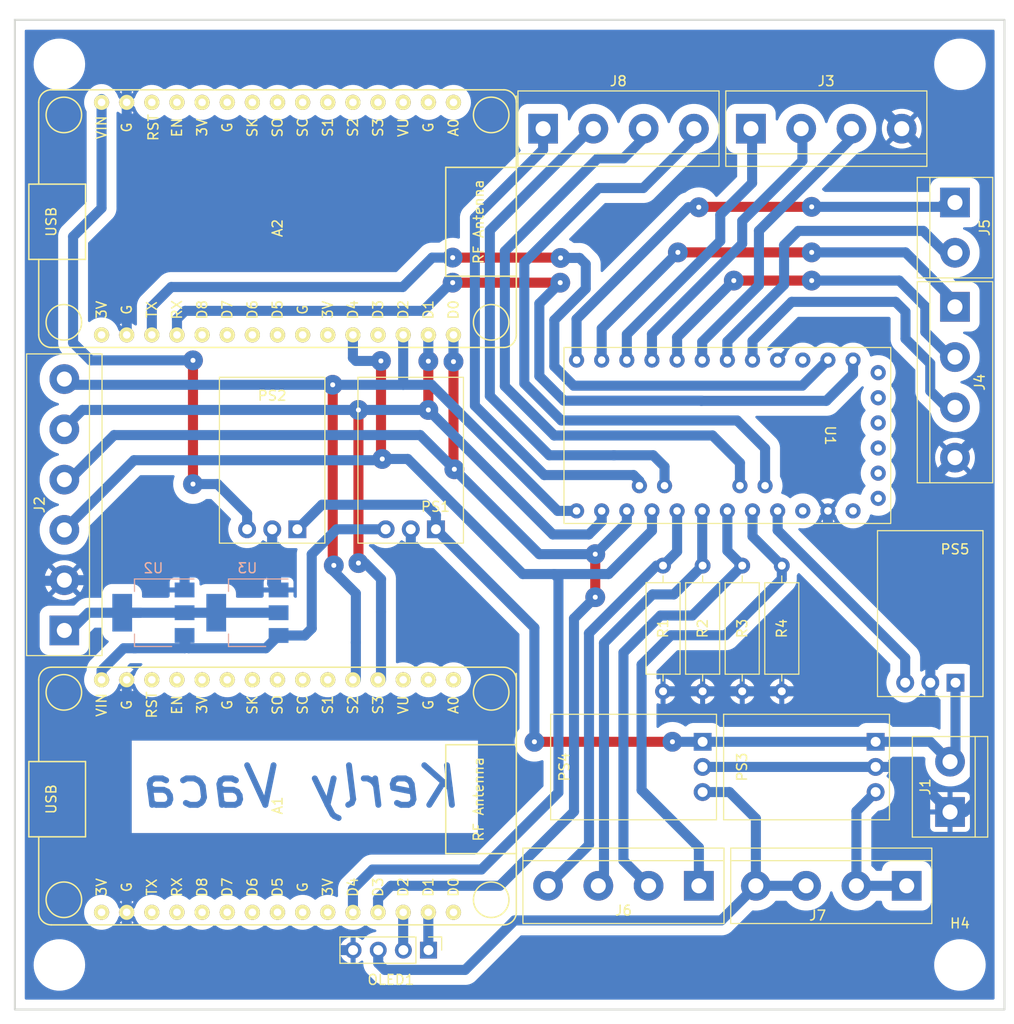
<source format=kicad_pcb>
(kicad_pcb (version 20211014) (generator pcbnew)
  (layers (0 "F.Cu" signal) (31 "B.Cu" signal) (34 "B.Paste" user) (35 "F.Paste" user) (36 "B.SilkS" user "B.Silkscreen") (37 "F.SilkS" user "F.Silkscreen") (38 "B.Mask" user) (39 "F.Mask" user) (44 "Edge.Cuts" user))
  (net 0 "")
  (net 2 "Net-(A2-Pad19)")
  (net 13 "/SENSOR 4")
  (net 14 "/SENSOR 3")
  (net 15 "/SENSOR 1")
  (net 16 "/SENSOR 2")
  (net 22 "Net-(A2-Pad18)")
  (net 23 "GND")
  (net 41 "/IZ - CW-")
  (net 42 "/RETORNO VCC FC4")
  (net 43 "/SEÑAL DESC MOT IZ")
  (net 44 "/RETORNO VCC FC3")
  (net 45 "/DE - CW-")
  (net 46 "/RETORNO VCC FC2")
  (net 47 "/IZ - PWM CLK+")
  (net 48 "/RETORNO VCC FC1")
  (net 49 "/DE - PWM CLK+")
  (net 50 "/DE - EN+")
  (net 51 "/IZ - EN+")
  (net 52 "/SEÑAL DESC MOT DER")
  (net 53 "+12V")
  (net 59 "+3.3V")
  (net 60 "Net-(J8-Pad3)")
  (net 63 "Net-(A1-Pad28)")
  (net 64 "/5V1")
  (net 65 "Net-(A1-Pad29)")
  (net 66 "/5V2")
  (net 67 "/5V3")
  (net 68 "/5V4")
  (net 69 "/5V5")
  (net 70 "Net-(J8-Pad4)")
  (net 71 "Net-(J8-Pad1)")
  (net 72 "Net-(J8-Pad2)")
  (footprint "TerminalBlock:TerminalBlock_bornier-4_P5.08mm" (layer "F.Cu") (at 164.88 56)
    (fp_text reference "J3")
    (fp_text value "DRIVER NEMA DERECHO")
  )
  (footprint "TerminalBlock:TerminalBlock_bornier-2_P5.08mm" (layer "F.Cu") (at 185.5 63.46 -90)
    (fp_text reference "J5")
    (fp_text value "SEÑAL DESCANSO MOTOR")
  )
  (footprint "MountingHole:MountingHole_3.2mm_M3" (layer "F.Cu") (at 95 140.5)
    (fp_text reference "H2" hide)
    (fp_text value "MountingHole")
  )
  (footprint "MountingHole:MountingHole_3.2mm_M3" (layer "F.Cu") (at 186 49.5)
    (fp_text reference "H3" hide)
    (fp_text value "MountingHole")
  )
  (footprint "TerminalBlock:TerminalBlock_bornier-6_P5.08mm" (layer "F.Cu") (at 95.5 106.7 90)
    (fp_text reference "J2")
    (fp_text value "SENSORES TEMP")
  )
  (footprint "TerminalBlock:TerminalBlock_bornier-4_P5.08mm" (layer "F.Cu") (at 185.5 74 -90)
    (fp_text reference "J4")
    (fp_text value "DRIVER NEMA IZQUIERDO")
  )
  (footprint "TerminalBlock:TerminalBlock_bornier-4_P5.08mm" (layer "F.Cu") (at 143.88 56)
    (fp_text reference "J8")
    (fp_text value "SEÑAL MOTORES")
  )
  (footprint "Converter_DCDC:Converter_DCDC_Murata_OKI-78SR_Horizontal" (layer "F.Cu") (at 177.48 117.95 -90)
    (fp_text reference "PS3")
    (fp_text value "POLOLU 5V STEP UP/DOWN")
  )
  (footprint "Converter_DCDC:Converter_DCDC_Murata_OKI-78SR_Horizontal" (layer "F.Cu") (at 185.55 111.98 180)
    (fp_text reference "PS5")
    (fp_text value "POLOLU 5V STEP UP/DOWN")
  )
  (footprint "Converter_DCDC:Converter_DCDC_Murata_OKI-78SR_Horizontal" (layer "F.Cu") (at 133.05 96.48 180)
    (fp_text reference "PS1")
    (fp_text value "POLOLU 5V STEP UP/DOWN")
  )
  (footprint "Resistor_THT:R_Axial_DIN0309_L9.0mm_D3.2mm_P12.70mm_Horizontal" (layer "F.Cu") (at 160 100.15 -90)
    (fp_text reference "R2")
    (fp_text value "220")
  )
  (footprint "MountingHole:MountingHole_3.2mm_M3" (layer "F.Cu") (at 95 49.5)
    (fp_text reference "H1" hide)
    (fp_text value "MountingHole")
  )
  (footprint "Converter_DCDC:Converter_DCDC_Murata_OKI-78SR_Horizontal" (layer "F.Cu") (at 160 117.95 -90)
    (fp_text reference "PS4")
    (fp_text value "POLOLU 5V STEP UP/DOWN")
  )
  (footprint "Connector_PinHeader_2.54mm:PinHeader_1x04_P2.54mm_Vertical" (layer "F.Cu") (at 132.3 139 -90)
    (fp_text reference "OLED1")
    (fp_text value "GND VCC SDA SCL ")
  )
  (footprint "TerminalBlock:TerminalBlock_bornier-4_P5.08mm" (layer "F.Cu") (at 159.62 132.5 180)
    (fp_text reference "J6")
    (fp_text value "FIN CARRERA")
  )
  (footprint "MountingHole:MountingHole_3.2mm_M3" (layer "F.Cu") (at 186 140.5)
    (fp_text reference "H4")
    (fp_text value "MountingHole")
  )
  (footprint "ESP8266:ESP12F-Devkit-V3" (layer "F.Cu") (at 115.7732 123.75 -90)
    (fp_text reference "A1")
    (fp_text value "ESP8266 APP")
  )
  (footprint "TerminalBlock:TerminalBlock_bornier-4_P5.08mm" (layer "F.Cu") (at 180.62 132.5 180)
    (fp_text reference "J7")
    (fp_text value "FIN CARRERA VCC 5V")
  )
  (footprint "TerminalBlock:TerminalBlock_bornier-2_P5.08mm" (layer "F.Cu") (at 185 125.04 90)
    (fp_text reference "J1")
    (fp_text value "12 V IN")
  )
  (footprint "Converter_DCDC:Converter_DCDC_Murata_OKI-78SR_Horizontal" (layer "F.Cu") (at 119.05 96.48 180)
    (fp_text reference "PS2")
    (fp_text value "POLOLU 5V STEP UP/DOWN")
  )
  (footprint "Resistor_THT:R_Axial_DIN0309_L9.0mm_D3.2mm_P12.70mm_Horizontal" (layer "F.Cu") (at 168 100.15 -90)
    (fp_text reference "R4")
    (fp_text value "220")
  )
  (footprint "Resistor_THT:R_Axial_DIN0309_L9.0mm_D3.2mm_P12.70mm_Horizontal" (layer "F.Cu") (at 156 100.15 -90)
    (fp_text reference "R1")
    (fp_text value "220")
  )
  (footprint "Resistor_THT:R_Axial_DIN0309_L9.0mm_D3.2mm_P12.70mm_Horizontal" (layer "F.Cu") (at 164 100.15 -90)
    (fp_text reference "R3")
    (fp_text value "220")
  )
  (footprint "ESP8266:ESP12F-Devkit-V3" (layer "F.Cu") (at 115.7732 65.4075 -90)
    (fp_text reference "A2")
    (fp_text value "ESP8266 APP")
  )
  (footprint "PRO_MINI:Arduino_Pro_Mini" (layer "F.Cu") (at 177.74 87 -90)
    (fp_text reference "U1")
    (fp_text value "Ard_Pro_mini")
  )
  (footprint "Package_TO_SOT_SMD:SOT-223-3_TabPin2" (layer "B.Cu") (at 114 104.91 180)
    (fp_text reference "U3")
    (fp_text value "AMS1117-3.3")
  )
  (footprint "Package_TO_SOT_SMD:SOT-223-3_TabPin2" (layer "B.Cu") (at 104.5 104.91 180)
    (fp_text reference "U2")
    (fp_text value "AMS1117-3.3")
  )
  (gr_rect (start 90.5 45) (end 190.5 145) (layer "Edge.Cuts") (width 0.2) (fill none))
  (gr_text "Kerly Vaca" (at 119.5 122.5) (layer "B.Cu") (effects (font (size 4 4) (thickness 0.6) italic) (justify mirror)))
  (segment (start 134.7425 71.56) (end 145.61 71.56) (width 1.016) (layer "F.Cu") (net 2))
  (via (at 134.7425 71.56) (size 2) (drill 0.5) (layers "F.Cu" "B.Cu") (net 2))
  (via (at 145.61 71.56) (size 2) (drill 0.5) (layers "F.Cu" "B.Cu") (net 2))
  (segment (start 159.857948 83.484) (end 159.873948 83.5) (width 1.016) (layer "B.Cu") (net 2))
  (segment (start 134.7425 71.56) (end 134.5925 71.56) (width 1.016) (layer "B.Cu") (net 2))
  (segment (start 143.5 81) (end 145.984 83.484) (width 1.016) (layer "B.Cu") (net 2))
  (segment (start 107.7032 74.41) (end 106.8832 75.23) (width 1.016) (layer "B.Cu") (net 2))
  (segment (start 159.873948 83.5) (end 172.5 83.5) (width 1.016) (layer "B.Cu") (net 2))
  (segment (start 145.984 83.484) (end 159.857948 83.484) (width 1.016) (layer "B.Cu") (net 2))
  (segment (start 175.2 80.8) (end 175.2 79.38) (width 1.016) (layer "B.Cu") (net 2))
  (segment (start 131.7425 74.41) (end 107.7032 74.41) (width 1.016) (layer "B.Cu") (net 2))
  (segment (start 106.8832 75.23) (end 106.8832 76.5) (width 1.016) (layer "B.Cu") (net 2))
  (segment (start 134.5925 71.56) (end 131.7425 74.41) (width 1.016) (layer "B.Cu") (net 2))
  (segment (start 172.5 83.5) (end 175.2 80.8) (width 1.016) (layer "B.Cu") (net 2))
  (segment (start 145.61 71.56) (end 143.5 73.67) (width 1.016) (layer "B.Cu") (net 2))
  (segment (start 143.5 73.67) (end 143.5 81) (width 1.016) (layer "B.Cu") (net 2))
  (segment (start 122.62 100.014935) (end 122.731517 100.126452) (width 1.016) (layer "F.Cu") (net 13))
  (segment (start 122.62 81.88) (end 122.62 100.014935) (width 1.016) (layer "F.Cu") (net 13))
  (via (at 122.731517 100.126452) (size 2) (drill 0.5) (layers "F.Cu" "B.Cu") (net 13))
  (via (at 122.62 81.88) (size 2) (drill 0.5) (layers "F.Cu" "B.Cu") (net 13))
  (segment (start 123.055 81.88) (end 129.7432 81.88) (width 1.016) (layer "B.Cu") (net 13))
  (segment (start 124.96 102.96) (end 124.96 107.915) (width 1.016) (layer "B.Cu") (net 13))
  (segment (start 95.4532 81.21) (end 96.1232 81.88) (width 1.016) (layer "B.Cu") (net 13))
  (segment (start 124.96 107.91) (end 124.96 111.6625) (width 1.016) (layer "B.Cu") (net 13))
  (segment (start 145.350276 94.62) (end 132.610276 81.88) (width 1.016) (layer "B.Cu") (net 13))
  (segment (start 122.731517 100.126452) (end 122.731517 100.731517) (width 1.016) (layer "B.Cu") (net 13))
  (segment (start 122.731517 100.731517) (end 124.96 102.96) (width 1.016) (layer "B.Cu") (net 13))
  (segment (start 96.1232 81.88) (end 123.055 81.88) (width 1.016) (layer "B.Cu") (net 13))
  (segment (start 129.7432 76.8375) (end 129.7432 81.88) (width 1.016) (layer "B.Cu") (net 13))
  (segment (start 132.610276 81.88) (end 129.7432 81.88) (width 1.016) (layer "B.Cu") (net 13))
  (segment (start 147.26 94.62) (end 145.350276 94.62) (width 1.016) (layer "B.Cu") (net 13))
  (segment (start 125.22 84.42) (end 125.22 99.892) (width 1.016) (layer "F.Cu") (net 14))
  (segment (start 132.2832 79.4932) (end 132.2832 84.42) (width 1.016) (layer "F.Cu") (net 14))
  (via (at 132.2832 79.4932) (size 2) (drill 0.5) (layers "F.Cu" "B.Cu") (net 14))
  (via (at 125.22 99.892) (size 2) (drill 0.5) (layers "F.Cu" "B.Cu") (net 14))
  (via (at 125.22 84.42) (size 2) (drill 0.5) (layers "F.Cu" "B.Cu") (net 14))
  (via (at 132.2832 84.42) (size 2) (drill 0.5) (layers "F.Cu" "B.Cu") (net 14))
  (segment (start 149.8 94.62) (end 149.8 95.7) (width 1.016) (layer "B.Cu") (net 14))
  (segment (start 127.5 101.5) (end 127.5 104.74) (width 1.016) (layer "B.Cu") (net 14))
  (segment (start 127.5 104.91) (end 127.5 111.6625) (width 1.016) (layer "B.Cu") (net 14))
  (segment (start 125.595 99.892) (end 125.892 99.892) (width 1.016) (layer "B.Cu") (net 14))
  (segment (start 149.8 95.7) (end 148.5 97) (width 1.016) (layer "B.Cu") (net 14))
  (segment (start 97.3232 84.42) (end 95.4532 86.29) (width 1.016) (layer "B.Cu") (net 14))
  (segment (start 125.892 99.892) (end 127.5 101.5) (width 1.016) (layer "B.Cu") (net 14))
  (segment (start 144.8632 97) (end 132.2832 84.42) (width 1.016) (layer "B.Cu") (net 14))
  (segment (start 132.2832 84.42) (end 125.22 84.42) (width 1.016) (layer "B.Cu") (net 14))
  (segment (start 148.5 97) (end 144.8632 97) (width 1.016) (layer "B.Cu") (net 14))
  (segment (start 125.22 84.42) (end 97.3232 84.42) (width 1.016) (layer "B.Cu") (net 14))
  (segment (start 132.2832 76.8375) (end 132.2832 79.4932) (width 1.016) (layer "B.Cu") (net 14))
  (segment (start 127.5 89.246) (end 127.627 89.373) (width 1.016) (layer "F.Cu") (net 15))
  (segment (start 127.5 79.48) (end 127.5 89.246) (width 1.016) (layer "F.Cu") (net 15))
  (segment (start 127.49 79.47) (end 127.5 79.48) (width 1.016) (layer "F.Cu") (net 15))
  (via (at 127.49 79.47) (size 2) (drill 0.5) (layers "F.Cu" "B.Cu") (net 15))
  (via (at 127.627 89.373) (size 2) (drill 0.5) (layers "F.Cu" "B.Cu") (net 15))
  (segment (start 102.54 89.5) (end 95.59 96.45) (width 1.016) (layer "B.Cu") (net 15))
  (segment (start 145.43 123.07) (end 145.43 101.43) (width 1.016) (layer "B.Cu") (net 15))
  (segment (start 127.49 79.47) (end 124.97 79.47) (width 1.016) (layer "B.Cu") (net 15))
  (segment (start 124.6632 132.8368) (end 126.643948 130.856052) (width 1.016) (layer "B.Cu") (net 15))
  (segment (start 127.627 89.373) (end 127.5 89.5) (width 1.016) (layer "B.Cu") (net 15))
  (segment (start 127.5 89.5) (end 102.54 89.5) (width 1.016) (layer "B.Cu") (net 15))
  (segment (start 137.643948 130.856052) (end 145.43 123.07) (width 1.016) (layer "B.Cu") (net 15))
  (segment (start 141.827459 101) (end 130.200459 89.373) (width 1.016) (layer "B.Cu") (net 15))
  (segment (start 154.88 94.62) (end 154.88 96.62) (width 1.016) (layer "B.Cu") (net 15))
  (segment (start 95.59 96.45) (end 95.4532 96.45) (width 1.016) (layer "B.Cu") (net 15))
  (segment (start 130.200459 89.373) (end 127.627 89.373) (width 1.016) (layer "B.Cu") (net 15))
  (segment (start 124.6632 79.1632) (end 124.6632 76.8375) (width 1.016) (layer "B.Cu") (net 15))
  (segment (start 126.643948 130.856052) (end 137.643948 130.856052) (width 1.016) (layer "B.Cu") (net 15))
  (segment (start 150.5 101) (end 145 101) (width 1.016) (layer "B.Cu") (net 15))
  (segment (start 145.43 101.43) (end 145 101) (width 1.016) (layer "B.Cu") (net 15))
  (segment (start 124.97 79.47) (end 124.6632 79.1632) (width 1.016) (layer "B.Cu") (net 15))
  (segment (start 154.88 96.62) (end 150.5 101) (width 1.016) (layer "B.Cu") (net 15))
  (segment (start 145 101) (end 141.827459 101) (width 1.016) (layer "B.Cu") (net 15))
  (segment (start 124.6632 135.1575) (end 124.6632 132.8368) (width 1.016) (layer "B.Cu") (net 15))
  (segment (start 149.15 98.9925) (end 149.15 103.34) (width 1.016) (layer "F.Cu") (net 16))
  (segment (start 134.8232 79.54) (end 134.8232 90.3232) (width 1.016) (layer "F.Cu") (net 16))
  (segment (start 134.8232 90.3232) (end 134.9116 90.4116) (width 1.016) (layer "F.Cu") (net 16))
  (via (at 134.9116 90.4116) (size 2) (drill 0.5) (layers "F.Cu" "B.Cu") (net 16))
  (via (at 134.8232 79.54) (size 2) (drill 0.5) (layers "F.Cu" "B.Cu") (net 16))
  (via (at 149.15 98.9925) (size 2) (drill 0.5) (layers "F.Cu" "B.Cu") (net 16))
  (via (at 149.15 103.34) (size 2) (drill 0.5) (layers "F.Cu" "B.Cu") (net 16))
  (segment (start 128.5 132.5) (end 127.2032 133.7968) (width 1.016) (layer "B.Cu") (net 16))
  (segment (start 100.5332 86.96) (end 95.4532 92.04) (width 1.016) (layer "B.Cu") (net 16))
  (segment (start 147 125) (end 139.5 132.5) (width 1.016) (layer "B.Cu") (net 16))
  (segment (start 152.34 95.8025) (end 152.34 94.62) (width 1.016) (layer "B.Cu") (net 16))
  (segment (start 149.15 98.9925) (end 143.4925 98.9925) (width 1.016) (layer "B.Cu") (net 16))
  (segment (start 149.15 103.34) (end 147 105.49) (width 1.016) (layer "B.Cu") (net 16))
  (segment (start 139.5 132.5) (end 128.5 132.5) (width 1.016) (layer "B.Cu") (net 16))
  (segment (start 143.4925 98.9925) (end 131.46 86.96) (width 1.016) (layer "B.Cu") (net 16))
  (segment (start 147 105.49) (end 147 125) (width 1.016) (layer "B.Cu") (net 16))
  (segment (start 127.2032 133.7968) (end 127.2032 135.1575) (width 1.016) (layer "B.Cu") (net 16))
  (segment (start 134.8232 76.8375) (end 134.8232 79.54) (width 1.016) (layer "B.Cu") (net 16))
  (segment (start 149.15 98.9925) (end 152.34 95.8025) (width 1.016) (layer "B.Cu") (net 16))
  (segment (start 131.46 86.96) (end 100.5332 86.96) (width 1.016) (layer "B.Cu") (net 16))
  (segment (start 134.7425 69.03) (end 145.612458 69.03) (width 1.016) (layer "F.Cu") (net 22))
  (segment (start 145.612458 69.03) (end 145.643176 69.060718) (width 1.016) (layer "F.Cu") (net 22))
  (via (at 134.7425 69.03) (size 2) (drill 0.5) (layers "F.Cu" "B.Cu") (net 22))
  (via (at 145.643176 69.060718) (size 2) (drill 0.5) (layers "F.Cu" "B.Cu") (net 22))
  (segment (start 129.7 72) (end 106.3032 72) (width 1.016) (layer "B.Cu") (net 22))
  (segment (start 146.968 81.968) (end 170.072 81.968) (width 1.016) (layer "B.Cu") (net 22))
  (segment (start 145.643176 69.060718) (end 147.560718 69.060718) (width 1.016) (layer "B.Cu") (net 22))
  (segment (start 132.67 69.03) (end 129.7 72) (width 1.016) (layer "B.Cu") (net 22))
  (segment (start 148.19 69.69) (end 148.19 72.166052) (width 1.016) (layer "B.Cu") (net 22))
  (segment (start 145.016 80.016) (end 146.968 81.968) (width 1.016) (layer "B.Cu") (net 22))
  (segment (start 106.3032 72) (end 104.3432 73.96) (width 1.016) (layer "B.Cu") (net 22))
  (segment (start 145.016 75.340052) (end 145.016 80.016) (width 1.016) (layer "B.Cu") (net 22))
  (segment (start 134.7425 69.03) (end 132.67 69.03) (width 1.016) (layer "B.Cu") (net 22))
  (segment (start 148.19 72.166052) (end 145.016 75.340052) (width 1.016) (layer "B.Cu") (net 22))
  (segment (start 147.560718 69.060718) (end 148.19 69.69) (width 1.016) (layer "B.Cu") (net 22))
  (segment (start 170.072 81.968) (end 172.66 79.38) (width 1.016) (layer "B.Cu") (net 22))
  (segment (start 104.3432 73.96) (end 104.3432 76.5) (width 1.016) (layer "B.Cu") (net 22))
  (segment (start 116.51 96.48) (end 116.5 96.49) (width 1.016) (layer "B.Cu") (net 23))
  (segment (start 183.5 91.24) (end 183.5 98.5) (width 1.016) (layer "B.Cu") (net 23))
  (segment (start 108 100.41) (end 114.263 100.41) (width 1.016) (layer "B.Cu") (net 23))
  (segment (start 138.077 113.423) (end 136.09 115.41) (width 1.016) (layer "B.Cu") (net 23))
  (segment (start 92.5 101.68) (end 95.44 101.68) (width 1.016) (layer "B.Cu") (net 23))
  (segment (start 172.66 97.16) (end 174 98.5) (width 1.016) (layer "B.Cu") (net 23))
  (segment (start 101.8032 50.5) (end 98.5 50.5) (width 1.016) (layer "B.Cu") (net 23))
  (segment (start 182 115.5) (end 183.01 114.49) (width 1.016) (layer "B.Cu") (net 23))
  (segment (start 114.263 100.41) (end 116 100.41) (width 1.016) (layer "B.Cu") (net 23))
  (segment (start 96.91 115.41) (end 104.077 115.41) (width 1.016) (layer "B.Cu") (net 23))
  (segment (start 176.35 112.85) (end 179 115.5) (width 1.016) (layer "B.Cu") (net 23))
  (segment (start 172.66 94.62) (end 172.66 97.16) (width 1.016) (layer "B.Cu") (net 23))
  (segment (start 101.8032 115.6838) (end 102.077 115.41) (width 1.016) (layer "B.Cu") (net 23))
  (segment (start 116.51 96.48) (end 116.51 99.99) (width 1.016) (layer "B.Cu") (net 23))
  (segment (start 186 57.5) (end 188.5 60) (width 1.016) (layer "B.Cu") (net 23))
  (segment (start 101.8032 53.3425) (end 101.8032 50.5) (width 1.016) (layer "B.Cu") (net 23))
  (segment (start 181.62 57.5) (end 186 57.5) (width 1.016) (layer "B.Cu") (net 23))
  (segment (start 188.5 60) (end 188.5 86.24) (width 1.016) (layer "B.Cu") (net 23))
  (segment (start 183.01 112.48) (end 183.01 107.49) (width 1.016) (layer "B.Cu") (net 23))
  (segment (start 92.5 101.5) (end 92.5 111) (width 1.016) (layer "B.Cu") (net 23))
  (segment (start 187.508 109.008) (end 185.99 107.49) (width 1.016) (layer "B.Cu") (net 23))
  (segment (start 130.51 102.843) (end 138.077 110.41) (width 1.016) (layer "B.Cu") (net 23))
  (segment (start 130.51 96.48) (end 130.51 102.843) (width 1.016) (layer "B.Cu") (net 23))
  (segment (start 138.077 110.41) (end 138.077 113.423) (width 1.016) (layer "B.Cu") (net 23))
  (segment (start 168 112.85) (end 176.35 112.85) (width 1.016) (layer "B.Cu") (net 23))
  (segment (start 136.09 115.41) (end 104.077 115.41) (width 1.016) (layer "B.Cu") (net 23))
  (segment (start 116.5 96.49) (end 116.5 101.96) (width 1.016) (layer "B.Cu") (net 23))
  (segment (start 104.077 115.41) (end 102.077 115.41) (width 1.016) (layer "B.Cu") (net 23))
  (segment (start 180.45 120.49) (end 185 125.04) (width 1.016) (layer "B.Cu") (net 23))
  (segment (start 101.8032 115.1362) (end 101.8032 111.9593) (width 1.016) (layer "B.Cu") (net 23))
  (segment (start 160 120.49) (end 180.45 120.49) (width 1.016) (layer "B.Cu") (net 23))
  (segment (start 186.46 125.04) (end 187.508 123.992) (width 1.016) (layer "B.Cu") (net 23))
  (segment (start 185 125.04) (end 186.46 125.04) (width 1.016) (layer "B.Cu") (net 23))
  (segment (start 102.077 115.41) (end 101.8032 115.1362) (width 1.016) (layer "B.Cu") (net 23))
  (segment (start 174 98.5) (end 183.5 98.5) (width 1.016) (layer "B.Cu") (net 23))
  (segment (start 103.5 139) (end 101.8032 137.3032) (width 1.016) (layer "B.Cu") (net 23))
  (segment (start 101.8032 76.5) (end 101.8032 53.005) (width 1.016) (layer "B.Cu") (net 23))
  (segment (start 180.12 56) (end 174.62 50.5) (width 1.016) (layer "B.Cu") (net 23))
  (segment (start 185.99 107.49) (end 183.01 107.49) (width 1.016) (layer "B.Cu") (net 23))
  (segment (start 95.5 101.62) (end 98.37 101.62) (width 1.016) (layer "B.Cu") (net 23))
  (segment (start 95.4532 101.5732) (end 95.5 101.62) (width 1.016) (layer "B.Cu") (net 23))
  (segment (start 98.5 50.5) (end 92.5 56.5) (width 1.016) (layer "B.Cu") (net 23))
  (segment (start 187.508 123.992) (end 187.508 109.008) (width 1.016) (layer "B.Cu") (net 23))
  (segment (start 180.12 56) (end 181.62 57.5) (width 1.016) (layer "B.Cu") (net 23))
  (segment (start 188.5 86.24) (end 183.5 91.24) (width 1.016) (layer "B.Cu") (net 23))
  (segment (start 99.67 100.32) (end 107.91 100.32) (width 1.016) (layer "B.Cu") (net 23))
  (segment (start 124.68 139) (end 103.5 139) (width 1.016) (layer "B.Cu") (net 23))
  (segment (start 95.4532 101.0338) (end 95.4532 101.5732) (width 1.016) (layer "B.Cu") (net 23))
  (segment (start 183.01 98.99) (end 183.5 98.5) (width 1.016) (layer "B.Cu") (net 23))
  (segment (start 95.44 101.68) (end 95.5 101.62) (width 1.016) (layer "B.Cu") (net 23))
  (segment (start 174.62 50.5) (end 101.8032 50.5) (width 1.016) (layer "B.Cu") (net 23))
  (segment (start 156 112.85) (end 168 112.85) (width 1.016) (layer "B.Cu") (net 23))
  (segment (start 183.01 114.49) (end 183.01 111.98) (width 1.016) (layer "B.Cu") (net 23))
  (segment (start 92.5 111) (end 96.91 115.41) (width 1.016) (layer "B.Cu") (net 23))
  (segment (start 101.8032 135.1575) (end 101.8032 115.6838) (width 1.016) (layer "B.Cu") (net 23))
  (segment (start 107.65 100.76) (end 108 100.41) (width 1.016) (layer "B.Cu") (net 23))
  (segment (start 98.37 101.62) (end 99.67 100.32) (width 1.016) (layer "B.Cu") (net 23))
  (segment (start 107.65 102.61) (end 107.65 100.76) (width 1.016) (layer "B.Cu") (net 23))
  (segment (start 179 115.5) (end 182 115.5) (width 1.016) (layer "B.Cu") (net 23))
  (segment (start 101.8032 137.3032) (end 101.8032 135.1575) (width 1.016) (layer "B.Cu") (net 23))
  (segment (start 107.91 100.32) (end 108 100.41) (width 1.016) (layer "B.Cu") (net 23))
  (segment (start 183.01 107.49) (end 183.01 98.99) (width 1.016) (layer "B.Cu") (net 23))
  (segment (start 92.5 56.5) (end 92.5 101.68) (width 1.016) (layer "B.Cu") (net 23))
  (segment (start 116.5 101.96) (end 117.15 102.61) (width 1.016) (layer "B.Cu") (net 23))
  (segment (start 165.04 79.38) (end 165.04 77.46) (width 1.016) (layer "B.Cu") (net 41))
  (segment (start 165.04 77.46) (end 169 73.5) (width 1.016) (layer "B.Cu") (net 41))
  (segment (start 180.5 74.5) (end 180.5 77.223948) (width 1.016) (layer "B.Cu") (net 41))
  (segment (start 183 82.5) (end 184.66 84.16) (width 1.016) (layer "B.Cu") (net 41))
  (segment (start 183 79.723948) (end 183 82.5) (width 1.016) (layer "B.Cu") (net 41))
  (segment (start 180.5 77.223948) (end 183 79.723948) (width 1.016) (layer "B.Cu") (net 41))
  (segment (start 184.66 84.16) (end 185.5 84.16) (width 1.016) (layer "B.Cu") (net 41))
  (segment (start 179.5 73.5) (end 180.5 74.5) (width 1.016) (layer "B.Cu") (net 41))
  (segment (start 169 73.5) (end 179.5 73.5) (width 1.016) (layer "B.Cu") (net 41))
  (segment (start 153.83 122.83) (end 159.62 128.62) (width 1.016) (layer "B.Cu") (net 42))
  (segment (start 168 101.5) (end 162.31 107.19) (width 1.016) (layer "B.Cu") (net 42))
  (segment (start 165.04 97.19) (end 168 100.15) (width 1.016) (layer "B.Cu") (net 42))
  (segment (start 162.31 107.19) (end 156.8 107.19) (width 1.016) (layer "B.Cu") (net 42))
  (segment (start 156.8 107.19) (end 153.83 110.16) (width 1.016) (layer "B.Cu") (net 42))
  (segment (start 168 100.15) (end 168 101.5) (width 1.016) (layer "B.Cu") (net 42))
  (segment (start 153.83 110.16) (end 153.83 122.83) (width 1.016) (layer "B.Cu") (net 42))
  (segment (start 159.62 128.62) (end 159.62 132.5) (width 1.016) (layer "B.Cu") (net 42))
  (segment (start 165.04 94.62) (end 165.04 97.19) (width 1.016) (layer "B.Cu") (net 42))
  (segment (start 168.23 67.77) (end 168.23 71.77) (width 1.016) (layer "B.Cu") (net 43))
  (segment (start 162.5 77.5) (end 162.5 79.38) (width 1.016) (layer "B.Cu") (net 43))
  (segment (start 168.23 71.77) (end 162.5 77.5) (width 1.016) (layer "B.Cu") (net 43))
  (segment (start 182.29 66.33) (end 169.67 66.33) (width 1.016) (layer "B.Cu") (net 43))
  (segment (start 184.5 68.54) (end 182.29 66.33) (width 1.016) (layer "B.Cu") (net 43))
  (segment (start 169.67 66.33) (end 168.23 67.77) (width 1.016) (layer "B.Cu") (net 43))
  (segment (start 164 100.15) (end 158.96 105.19) (width 1.016) (layer "B.Cu") (net 44))
  (segment (start 152 108.94) (end 152 129.96) (width 1.016) (layer "B.Cu") (net 44))
  (segment (start 162.5 98.65) (end 164 100.15) (width 1.016) (layer "B.Cu") (net 44))
  (segment (start 158.96 105.19) (end 155.75 105.19) (width 1.016) (layer "B.Cu") (net 44))
  (segment (start 155.75 105.19) (end 152 108.94) (width 1.016) (layer "B.Cu") (net 44))
  (segment (start 162.5 94.62) (end 162.5 98.65) (width 1.016) (layer "B.Cu") (net 44))
  (segment (start 152 129.96) (end 154.54 132.5) (width 1.016) (layer "B.Cu") (net 44))
  (segment (start 159.96 79.38) (end 159.96 77.54) (width 1.016) (layer "B.Cu") (net 45))
  (segment (start 165.69 66.31) (end 175.04 56.96) (width 1.016) (layer "B.Cu") (net 45))
  (segment (start 175.04 56.96) (end 175.04 56) (width 1.016) (layer "B.Cu") (net 45))
  (segment (start 165.69 71.81) (end 165.69 66.31) (width 1.016) (layer "B.Cu") (net 45))
  (segment (start 159.96 77.54) (end 165.69 71.81) (width 1.016) (layer "B.Cu") (net 45))
  (segment (start 157.09 103.06) (end 154.94 103.06) (width 1.016) (layer "B.Cu") (net 46))
  (segment (start 159.96 94.62) (end 159.96 100.11) (width 1.016) (layer "B.Cu") (net 46))
  (segment (start 154.94 103.06) (end 150.032 107.968) (width 1.016) (layer "B.Cu") (net 46))
  (segment (start 150.032 107.968) (end 150.032 131.928) (width 1.016) (layer "B.Cu") (net 46))
  (segment (start 159.96 100.11) (end 160 100.15) (width 1.016) (layer "B.Cu") (net 46))
  (segment (start 160 100.15) (end 157.09 103.06) (width 1.016) (layer "B.Cu") (net 46))
  (segment (start 150.032 131.928) (end 149.46 132.5) (width 1.016) (layer "B.Cu") (net 46))
  (segment (start 163.149999 71.350001) (end 170.719998 71.350002) (width 1.016) (layer "F.Cu") (net 47))
  (via (at 171.02 71.350002) (size 2) (drill 0.5) (layers "F.Cu" "B.Cu") (net 47))
  (via (at 163.149999 71.350001) (size 2) (drill 0.5) (layers "F.Cu" "B.Cu") (net 47))
  (segment (start 157.42 79.38) (end 157.42 77.08) (width 1.016) (layer "B.Cu") (net 47))
  (segment (start 182.5 76.54) (end 184.5 78.54) (width 1.016) (layer "B.Cu") (net 47))
  (segment (start 179.870002 71.350002) (end 182.5 73.98) (width 1.016) (layer "B.Cu") (net 47))
  (segment (start 171.02 71.350002) (end 179.870002 71.350002) (width 1.016) (layer "B.Cu") (net 47))
  (segment (start 157.42 77.08) (end 163.149999 71.350001) (width 1.016) (layer "B.Cu") (net 47))
  (segment (start 182.5 73.98) (end 182.5 76.54) (width 1.016) (layer "B.Cu") (net 47))
  (segment (start 184.5 78.54) (end 184.5 79.08) (width 1.016) (layer "B.Cu") (net 47))
  (segment (start 148.516 106.984) (end 148.516 128.364) (width 1.016) (layer "B.Cu") (net 48))
  (segment (start 157.42 94.62) (end 157.42 98.73) (width 1.016) (layer "B.Cu") (net 48))
  (segment (start 157.42 98.73) (end 156 100.15) (width 1.016) (layer "B.Cu") (net 48))
  (segment (start 148.516 128.364) (end 143.88 133) (width 1.016) (layer "B.Cu") (net 48))
  (segment (start 155.35 100.15) (end 148.516 106.984) (width 1.016) (layer "B.Cu") (net 48))
  (segment (start 156 100.15) (end 155.35 100.15) (width 1.016) (layer "B.Cu") (net 48))
  (segment (start 164 65.33) (end 170.08 59.25) (width 1.016) (layer "B.Cu") (net 49))
  (segment (start 170.08 59.25) (end 170.08 56.12) (width 1.016) (layer "B.Cu") (net 49))
  (segment (start 154.88 76.75) (end 164 67.63) (width 1.016) (layer "B.Cu") (net 49))
  (segment (start 164 67.63) (end 164 65.33) (width 1.016) (layer "B.Cu") (net 49))
  (segment (start 170.08 56.12) (end 169.96 56) (width 1.016) (layer "B.Cu") (net 49))
  (segment (start 154.88 79.38) (end 154.88 76.75) (width 1.016) (layer "B.Cu") (net 49))
  (segment (start 161.781023 67.348977) (end 152.34 76.79) (width 1.016) (layer "B.Cu") (net 50))
  (segment (start 165 56.12) (end 165 61.49) (width 1.016) (layer "B.Cu") (net 50))
  (segment (start 161.781023 64.708977) (end 161.781023 67.348977) (width 1.016) (layer "B.Cu") (net 50))
  (segment (start 152.34 76.79) (end 152.34 79.38) (width 1.016) (layer "B.Cu") (net 50))
  (segment (start 165 61.49) (end 161.781023 64.708977) (width 1.016) (layer "B.Cu") (net 50))
  (segment (start 164.88 56) (end 165 56.12) (width 1.016) (layer "B.Cu") (net 50))
  (segment (start 171 68.5) (end 157.5 68.5) (width 1.016) (layer "F.Cu") (net 51))
  (via (at 157.5 68.5) (size 2) (drill 0.5) (layers "F.Cu" "B.Cu") (net 51))
  (via (at 171.02 68.5) (size 2) (drill 0.5) (layers "F.Cu" "B.Cu") (net 51))
  (segment (start 149.8 76.2) (end 157.5 68.5) (width 1.016) (layer "B.Cu") (net 51))
  (segment (start 185 74) (end 185 73) (width 1.016) (layer "B.Cu") (net 51))
  (segment (start 185 73) (end 180.5 68.5) (width 1.016) (layer "B.Cu") (net 51))
  (segment (start 180.5 68.5) (end 171 68.5) (width 1.016) (layer "B.Cu") (net 51))
  (segment (start 149.8 79.38) (end 149.8 76.2) (width 1.016) (layer "B.Cu") (net 51))
  (segment (start 159.65 63.9) (end 171.02 63.9) (width 1.016) (layer "F.Cu") (net 52))
  (segment (start 159.61 63.94) (end 159.65 63.9) (width 1.016) (layer "F.Cu") (net 52))
  (via (at 159.61 63.94) (size 2) (drill 0.5) (layers "F.Cu" "B.Cu") (net 52))
  (via (at 171.02 63.9) (size 2) (drill 0.5) (layers "F.Cu" "B.Cu") (net 52))
  (segment (start 159.61 63.94) (end 158.56 63.94) (width 1.016) (layer "B.Cu") (net 52))
  (segment (start 147.26 75.24) (end 147.26 79.38) (width 1.016) (layer "B.Cu") (net 52))
  (segment (start 171.02 63.9) (end 184.06 63.9) (width 1.016) (layer "B.Cu") (net 52))
  (segment (start 184.06 63.9) (end 184.5 63.46) (width 1.016) (layer "B.Cu") (net 52))
  (segment (start 158.56 63.94) (end 147.26 75.24) (width 1.016) (layer "B.Cu") (net 52))
  (segment (start 156.95 117.95) (end 143 117.95) (width 1.016) (layer "F.Cu") (net 53))
  (segment (start 143 117.95) (end 143 117.5) (width 1.016) (layer "F.Cu") (net 53))
  (via (at 156.95 117.95) (size 2) (drill 0.5) (layers "F.Cu" "B.Cu") (net 53))
  (via (at 143 117.95) (size 2) (drill 0.5) (layers "F.Cu" "B.Cu") (net 53))
  (segment (start 132 94) (end 133.05 95.05) (width 1.016) (layer "B.Cu") (net 53))
  (segment (start 143 106.43) (end 133.05 96.48) (width 1.016) (layer "B.Cu") (net 53))
  (segment (start 143 117.5) (end 143 106.43) (width 1.016) (layer "B.Cu") (net 53))
  (segment (start 121.53 94) (end 132 94) (width 1.016) (layer "B.Cu") (net 53))
  (segment (start 119.05 96.48) (end 121.53 94) (width 1.016) (layer "B.Cu") (net 53))
  (segment (start 182.99 117.95) (end 156.95 117.95) (width 1.016) (layer "B.Cu") (net 53))
  (segment (start 133.05 95.05) (end 133.05 96.48) (width 1.016) (layer "B.Cu") (net 53))
  (segment (start 185.55 111.98) (end 185.55 119.41) (width 1.016) (layer "B.Cu") (net 53))
  (segment (start 185 119.96) (end 182.99 117.95) (width 1.016) (layer "B.Cu") (net 53))
  (segment (start 185.55 119.41) (end 185 119.96) (width 1.016) (layer "B.Cu") (net 53))
  (segment (start 110.85 104.91) (end 117.15 104.91) (width 1.016) (layer "B.Cu") (net 59))
  (segment (start 95.4532 106.61) (end 96.227 106.61) (width 1.016) (layer "B.Cu") (net 59))
  (segment (start 97.927 104.91) (end 103.177 104.91) (width 1.016) (layer "B.Cu") (net 59))
  (segment (start 101.35 104.91) (end 107.65 104.91) (width 1.016) (layer "B.Cu") (net 59))
  (segment (start 96.227 106.61) (end 97.927 104.91) (width 1.016) (layer "B.Cu") (net 59))
  (segment (start 107.65 104.91) (end 110.85 104.91) (width 1.016) (layer "B.Cu") (net 59))
  (segment (start 149.405 59) (end 152 59) (width 1.016) (layer "B.Cu") (net 60))
  (segment (start 163.77 92.08) (end 163.77 89.77) (width 1.016) (layer "B.Cu") (net 60))
  (segment (start 163.77 89.77) (end 161 87) (width 1.016) (layer "B.Cu") (net 60))
  (segment (start 145 87) (end 140.016 82.016) (width 1.016) (layer "B.Cu") (net 60))
  (segment (start 161 87) (end 145 87) (width 1.016) (layer "B.Cu") (net 60))
  (segment (start 140.016 82.016) (end 140.016 68.389) (width 1.016) (layer "B.Cu") (net 60))
  (segment (start 140.016 68.389) (end 149.405 59) (width 1.016) (layer "B.Cu") (net 60))
  (segment (start 152 59) (end 154.04 56.96) (width 1.016) (layer "B.Cu") (net 60))
  (segment (start 154.04 56.96) (end 154.04 56) (width 1.016) (layer "B.Cu") (net 60))
  (segment (start 129.7432 135.1575) (end 129.7432 138.9832) (width 1.016) (layer "B.Cu") (net 63))
  (segment (start 129.7432 138.9832) (end 129.76 139) (width 1.016) (layer "B.Cu") (net 63))
  (segment (start 119.79 107.21) (end 117.15 107.21) (width 1.016) (layer "B.Cu") (net 64))
  (segment (start 99.2632 110.7368) (end 101.5 108.5) (width 1.016) (layer "B.Cu") (net 64))
  (segment (start 107.65 108.0935) (end 107.65 107.21) (width 1.016) (layer "B.Cu") (net 64))
  (segment (start 117.15 107.21) (end 115.86 108.5) (width 1.016) (layer "B.Cu") (net 64))
  (segment (start 101.5 108.5) (end 102.7225 108.5) (width 1.016) (layer "B.Cu") (net 64))
  (segment (start 108.0565 108.5) (end 107.65 108.0935) (width 1.016) (layer "B.Cu") (net 64))
  (segment (start 99.2632 111.6625) (end 99.2632 110.7368) (width 1.016) (layer "B.Cu") (net 64))
  (segment (start 102.5 108.5) (end 107.673 108.5) (width 1.016) (layer "B.Cu") (net 64))
  (segment (start 107.673 107.233) (end 107.65 107.21) (width 1.016) (layer "B.Cu") (net 64))
  (segment (start 120.5 99) (end 120.5 106.5) (width 1.016) (layer "B.Cu") (net 64))
  (segment (start 115.86 108.5) (end 108.0565 108.5) (width 1.016) (layer "B.Cu") (net 64))
  (segment (start 127.97 96.48) (end 123.02 96.48) (width 1.016) (layer "B.Cu") (net 64))
  (segment (start 123.02 96.48) (end 120.5 99) (width 1.016) (layer "B.Cu") (net 64))
  (segment (start 120.5 106.5) (end 119.79 107.21) (width 1.016) (layer "B.Cu") (net 64))
  (segment (start 107.673 108.5) (end 107.673 107.233) (width 1.016) (layer "B.Cu") (net 64))
  (segment (start 132.2832 138.9832) (end 132.3 139) (width 1.016) (layer "B.Cu") (net 65))
  (segment (start 132.2832 135.1575) (end 132.2832 138.9832) (width 1.016) (layer "B.Cu") (net 65))
  (segment (start 108.5 79.41) (end 108.5 91.91) (width 1.016) (layer "F.Cu") (net 66))
  (via (at 108.5 79.41) (size 2) (drill 0.5) (layers "F.Cu" "B.Cu") (net 66))
  (via (at 108.5 91.91) (size 2) (drill 0.5) (layers "F.Cu" "B.Cu") (net 66))
  (segment (start 108.5 79.41) (end 98.16 79.41) (width 1.016) (layer "B.Cu") (net 66))
  (segment (start 96.385 77.635) (end 96.385 66.9035) (width 1.016) (layer "B.Cu") (net 66))
  (segment (start 99.2632 64.0253) (end 99.2632 53.005) (width 1.016) (layer "B.Cu") (net 66))
  (segment (start 98.16 79.41) (end 96.385 77.635) (width 1.016) (layer "B.Cu") (net 66))
  (segment (start 96.385 66.9035) (end 99.2632 64.0253) (width 1.016) (layer "B.Cu") (net 66))
  (segment (start 108.5 91.91) (end 110.977 91.91) (width 1.016) (layer "B.Cu") (net 66))
  (segment (start 113.97 94.903) (end 113.97 96.48) (width 1.016) (layer "B.Cu") (net 66))
  (segment (start 110.977 91.91) (end 113.97 94.903) (width 1.016) (layer "B.Cu") (net 66))
  (segment (start 180.62 132.5) (end 175.54 132.5) (width 1.016) (layer "B.Cu") (net 67))
  (segment (start 177.48 123.03) (end 175.54 124.97) (width 1.016) (layer "B.Cu") (net 67))
  (segment (start 175.54 124.97) (end 175.54 132.5) (width 1.016) (layer "B.Cu") (net 67))
  (segment (start 141 136) (end 161.88 136) (width 1.016) (layer "B.Cu") (net 68))
  (segment (start 160 123.03) (end 162.71 123.03) (width 1.016) (layer "B.Cu") (net 68))
  (segment (start 127.89 141) (end 136 141) (width 1.016) (layer "B.Cu") (net 68))
  (segment (start 165.38 132.5) (end 170.46 132.5) (width 1.016) (layer "B.Cu") (net 68))
  (segment (start 127.22 140.33) (end 127.89 141) (width 1.016) (layer "B.Cu") (net 68))
  (segment (start 162.71 123.03) (end 165.38 125.7) (width 1.016) (layer "B.Cu") (net 68))
  (segment (start 136 141) (end 141 136) (width 1.016) (layer "B.Cu") (net 68))
  (segment (start 165.38 125.7) (end 165.38 132.5) (width 1.016) (layer "B.Cu") (net 68))
  (segment (start 161.88 136) (end 165.38 132.5) (width 1.016) (layer "B.Cu") (net 68))
  (segment (start 127.22 139) (end 127.22 140.33) (width 1.016) (layer "B.Cu") (net 68))
  (segment (start 167.58 94.62) (end 167.58 96.58) (width 1.016) (layer "B.Cu") (net 69))
  (segment (start 180.47 109.47) (end 180.47 112.48) (width 1.016) (layer "B.Cu") (net 69))
  (segment (start 167.58 96.58) (end 180.47 109.47) (width 1.016) (layer "B.Cu") (net 69))
  (segment (start 149.5 62) (end 141.984 69.516) (width 1.016) (layer "B.Cu") (net 70))
  (segment (start 166.31 88.31) (end 166.31 92.08) (width 1.016) (layer "B.Cu") (net 70))
  (segment (start 159.12 56) (end 159.12 56.88) (width 1.016) (layer "B.Cu") (net 70))
  (segment (start 145.722842 85.484) (end 163.484 85.484) (width 1.016) (layer "B.Cu") (net 70))
  (segment (start 141.984 81.745158) (end 145.722842 85.484) (width 1.016) (layer "B.Cu") (net 70))
  (segment (start 159.12 56.88) (end 154 62) (width 1.016) (layer "B.Cu") (net 70))
  (segment (start 163.484 85.484) (end 166.31 88.31) (width 1.016) (layer "B.Cu") (net 70))
  (segment (start 141.984 69.516) (end 141.984 81.745158) (width 1.016) (layer "B.Cu") (net 70))
  (segment (start 154 62) (end 149.5 62) (width 1.016) (layer "B.Cu") (net 70))
  (segment (start 153.015 91) (end 153.61 91.595) (width 1.016) (layer "B.Cu") (net 71))
  (segment (start 136.984 65.016) (end 136.984 83.984) (width 1.016) (layer "B.Cu") (net 71))
  (segment (start 144 91) (end 153.015 91) (width 1.016) (layer "B.Cu") (net 71))
  (segment (start 143.88 56) (end 143.88 58.12) (width 1.016) (layer "B.Cu") (net 71))
  (segment (start 136.984 83.984) (end 144 91) (width 1.016) (layer "B.Cu") (net 71))
  (segment (start 143.88 58.12) (end 136.984 65.016) (width 1.016) (layer "B.Cu") (net 71))
  (segment (start 153.61 91.595) (end 153.61 92.08) (width 1.016) (layer "B.Cu") (net 71))
  (segment (start 156.15 92.08) (end 156.15 90.15) (width 1.016) (layer "B.Cu") (net 72))
  (segment (start 148.96 55.81) (end 138.5 66.27) (width 1.016) (layer "B.Cu") (net 72))
  (segment (start 138.5 66.27) (end 138.5 83) (width 1.016) (layer "B.Cu") (net 72))
  (segment (start 155 89) (end 151 89) (width 1.016) (layer "B.Cu") (net 72))
  (segment (start 138.5 83) (end 144.5 89) (width 1.016) (layer "B.Cu") (net 72))
  (segment (start 144.5 89) (end 151.07 89) (width 1.016) (layer "B.Cu") (net 72))
  (segment (start 156.15 90.15) (end 155 89) (width 1.016) (layer "B.Cu") (net 72))
  (zone (net 23) (net_name "GND") (layer "B.Cu") (connect_pads (clearance 1)) (min_thickness 0.254) (fill yes (thermal_gap 0.508) (thermal_bridge_width 0.508))
    (polygon (pts (xy 191 146.5) (xy 89 146.5) (xy 89 43) (xy 191 43)))
  )
)
</source>
